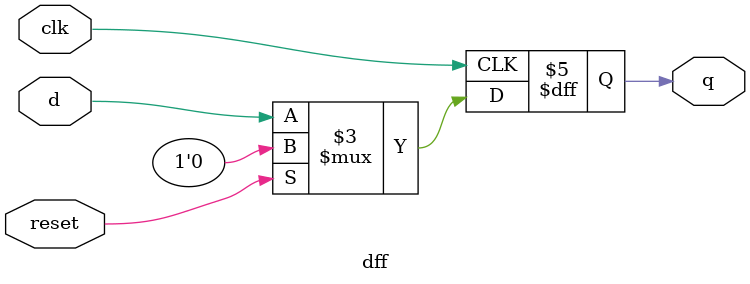
<source format=v>
`timescale 1ns / 1ps


module dff(
  input d,
  input clk,
  input reset,
  output reg q);
  always @ (posedge clk)
  if (reset)
    q<=0;
  else
    begin
      q<=d;
    end
    endmodule


</source>
